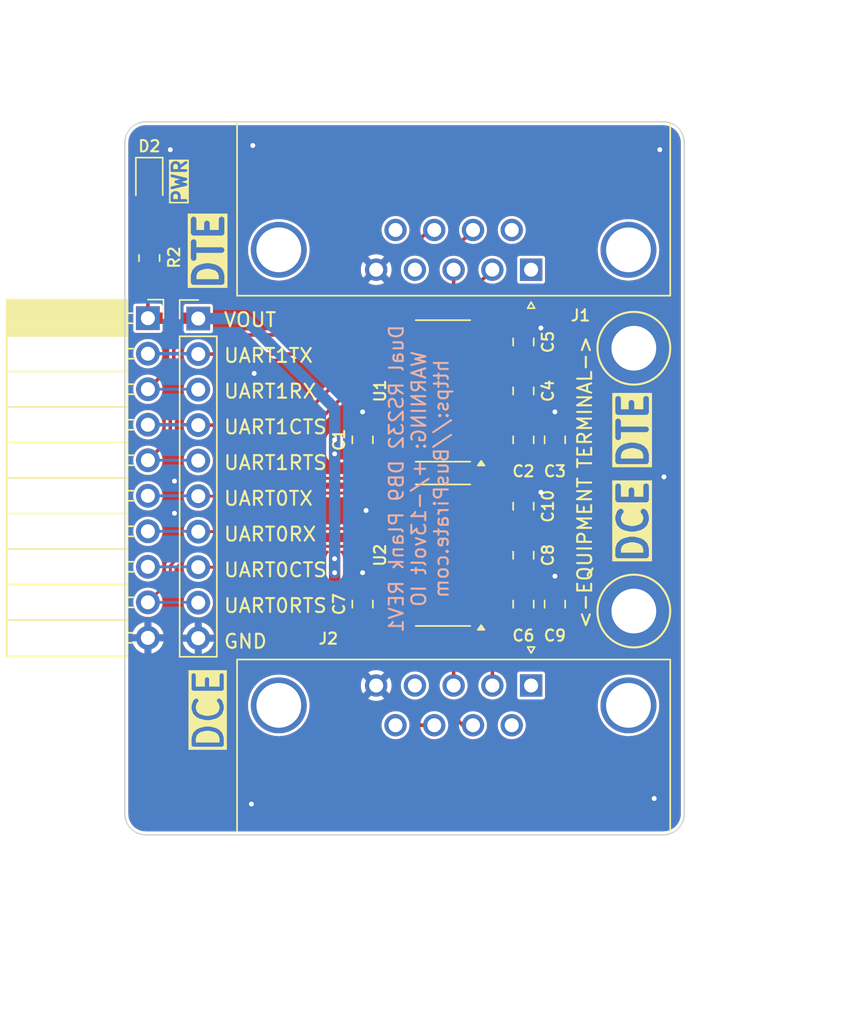
<source format=kicad_pcb>
(kicad_pcb (version 20240108) (generator "pcbnew") (generator_version "8.0")
  (layers (0 "F.Cu" signal) (31 "B.Cu" signal) (34 "B.Paste" user) (35 "F.Paste" user) (36 "B.SilkS" user "B.Silkscreen") (37 "F.SilkS" user "F.Silkscreen") (38 "B.Mask" user) (39 "F.Mask" user) (44 "Edge.Cuts" user))
  (net 0 "")
  (net 2 "Net-(U1-C1+)")
  (net 3 "Net-(U1-C1-)")
  (net 4 "UART1TX")
  (net 5 "UART1RX")
  (net 6 "UART1CTS")
  (net 7 "Net-(U1-VS+)")
  (net 8 "UART1RTS")
  (net 9 "UART0TX")
  (net 10 "UART0RX")
  (net 11 "GND")
  (net 12 "VOUT")
  (net 13 "Net-(D2-A)")
  (net 14 "UART0CTS")
  (net 15 "UART0RTS")
  (net 16 "Net-(U1-C2+)")
  (net 17 "Net-(U1-C2-)")
  (net 18 "Net-(U1-VS-)")
  (net 19 "Net-(U2-C1+)")
  (net 20 "Net-(U2-C1-)")
  (net 21 "Net-(U2-C2+)")
  (net 23 "Net-(U2-C2-)")
  (net 24 "Net-(U2-VS+)")
  (net 25 "Net-(U2-VS-)")
  (net 26 "/DTE_DCD")
  (net 27 "/DTE_RXD")
  (net 28 "/DTE_TXD")
  (net 29 "/DTE_DTR")
  (net 30 "/DTE_DSR")
  (net 31 "/DTE_RTS")
  (net 32 "/DTE_CTS")
  (net 33 "/DTE_RI")
  (net 34 "/DCE_DCD")
  (net 35 "/DCE_RXD")
  (net 36 "/DCE_TXD")
  (net 37 "/DCE_DTR")
  (net 38 "/DCE_DSR")
  (net 39 "/DCE_RTS")
  (net 40 "/DCE_CTS")
  (net 41 "/DCE_RI")
  (footprint "Connector_Dsub:DSUB-9_Male_Horizontal_P2.77x2.84mm_EdgePinOffset7.70mm_Housed_MountingHolesOffset9.12mm" (layer "F.Cu") (at 128.8 82.580331 180)
    (property "Reference" "J1" (at -3.534 -3.271669 0) (layer "F.SilkS") (effects (font (size 0.8 0.8))))
    (property "Value" "COM1")
    (fp_line (start 21.025 -1.86) (end 21.025 10.48) (stroke (width 0.12)) (layer "F.SilkS"))
    (fp_line (start 0.25 -2.754338) (end 0 -2.321325) (stroke (width 0.12)) (layer "F.SilkS"))
    (fp_line (start 0 -2.321325) (end -0.25 -2.754338) (stroke (width 0.12)) (layer "F.SilkS"))
    (fp_line (start -0.25 -2.754338) (end 0.25 -2.754338) (stroke (width 0.12)) (layer "F.SilkS"))
    (fp_line (start -9.945 10.48) (end -9.945 -1.86) (stroke (width 0.12)) (layer "F.SilkS"))
    (fp_line (start -9.945 -1.86) (end 21.025 -1.86) (stroke (width 0.12)) (layer "F.SilkS"))
    (pad "0" thru_hole circle (at -6.96 1.42 180) (size 4 4) (drill 3.2) (layers "*.Cu" "*.Mask"))
    (pad "0" thru_hole circle (at 18.04 1.42 180) (size 4 4) (drill 3.2) (layers "*.Cu" "*.Mask"))
    (pad "1" thru_hole rect (at 0 0 180) (size 1.6 1.6) (drill 1) (layers "*.Cu" "*.Mask") (net 26 "/DTE_DCD"))
    (pad "2" thru_hole circle (at 2.77 0 180) (size 1.6 1.6) (drill 1) (layers "*.Cu" "*.Mask") (net 27 "/DTE_RXD"))
    (pad "3" thru_hole circle (at 5.54 0 180) (size 1.6 1.6) (drill 1) (layers "*.Cu" "*.Mask") (net 28 "/DTE_TXD"))
    (pad "4" thru_hole circle (at 8.31 0 180) (size 1.6 1.6) (drill 1) (layers "*.Cu" "*.Mask") (net 29 "/DTE_DTR"))
    (pad "5" thru_hole circle (at 11.08 0 180) (size 1.6 1.6) (drill 1) (layers "*.Cu" "*.Mask") (net 11 "GND"))
    (pad "6" thru_hole circle (at 1.385 2.84 180) (size 1.6 1.6) (drill 1) (layers "*.Cu" "*.Mask") (net 30 "/DTE_DSR"))
    (pad "7" thru_hole circle (at 4.155 2.84 180) (size 1.6 1.6) (drill 1) (layers "*.Cu" "*.Mask") (net 31 "/DTE_RTS"))
    (pad "8" thru_hole circle (at 6.925 2.84 180) (size 1.6 1.6) (drill 1) (layers "*.Cu" "*.Mask") (net 32 "/DTE_CTS"))
    (pad "9" thru_hole circle (at 9.695 2.84 180) (size 1.6 1.6) (drill 1) (layers "*.Cu" "*.Mask") (net 33 "/DTE_RI"))
  )
  (footprint "Capacitor_SMD:C_0805_2012Metric" (layer "F.Cu") (at 128.25 87.75 90)
    (property "Reference" "C5" (at 0 1.75 90) (layer "F.SilkS") (effects (font (size 0.8 0.8))))
    (property "Value" "0.47uF")
    (fp_line (start -0.261252 -0.735) (end 0.261252 -0.735) (stroke (width 0.12)) (layer "F.SilkS"))
    (fp_line (start -0.261252 0.735) (end 0.261252 0.735) (stroke (width 0.12)) (layer "F.SilkS"))
    (pad "1" smd roundrect (at -0.95 0 90) (size 1 1.45) (layers "F.Cu" "F.Paste" "F.Mask") (net 18 "Net-(U1-VS-)"))
    (pad "2" smd roundrect (at 0.95 0 90) (size 1 1.45) (layers "F.Cu" "F.Paste" "F.Mask") (net 11 "GND"))
  )
  (footprint "Capacitor_SMD:C_0805_2012Metric" (layer "F.Cu") (at 116.75 94.75 90)
    (property "Reference" "C1" (at 0 -1.68 90) (layer "F.SilkS") (effects (font (size 0.8 0.8))))
    (property "Value" "0.1uF")
    (fp_line (start -0.261252 -0.735) (end 0.261252 -0.735) (stroke (width 0.12)) (layer "F.SilkS"))
    (fp_line (start -0.261252 0.735) (end 0.261252 0.735) (stroke (width 0.12)) (layer "F.SilkS"))
    (pad "1" smd roundrect (at -0.95 0 90) (size 1 1.45) (layers "F.Cu" "F.Paste" "F.Mask") (net 12 "VOUT"))
    (pad "2" smd roundrect (at 0.95 0 90) (size 1 1.45) (layers "F.Cu" "F.Paste" "F.Mask") (net 11 "GND"))
  )
  (footprint "Connector_PinHeader_2.54mm:PinHeader_1x10_P2.54mm_Vertical" (layer "F.Cu") (at 105 86.075)
    (property "Reference" "J3" (hide yes))
    (property "Value" "Conn_01x10" (hide yes))
    (fp_line (start -1.33 -1.33) (end 0 -1.33) (stroke (width 0.12)) (layer "F.SilkS"))
    (fp_line (start -1.33 0) (end -1.33 -1.33) (stroke (width 0.12)) (layer "F.SilkS"))
    (fp_line (start -1.33 1.27) (end -1.33 24.19) (stroke (width 0.12)) (layer "F.SilkS"))
    (fp_line (start -1.33 1.27) (end 1.33 1.27) (stroke (width 0.12)) (layer "F.SilkS"))
    (fp_line (start -1.33 24.19) (end 1.33 24.19) (stroke (width 0.12)) (layer "F.SilkS"))
    (fp_line (start 1.33 1.27) (end 1.33 24.19) (stroke (width 0.12)) (layer "F.SilkS"))
    (pad "1" thru_hole rect (at 0 0) (size 1.7 1.7) (drill 1) (layers "*.Cu" "*.Mask") (net 12 "VOUT"))
    (pad "2" thru_hole oval (at 0 2.54) (size 1.7 1.7) (drill 1) (layers "*.Cu" "*.Mask") (net 4 "UART1TX"))
    (pad "3" thru_hole oval (at 0 5.08) (size 1.7 1.7) (drill 1) (layers "*.Cu" "*.Mask") (net 5 "UART1RX"))
    (pad "4" thru_hole oval (at 0 7.62) (size 1.7 1.7) (drill 1) (layers "*.Cu" "*.Mask") (net 6 "UART1CTS"))
    (pad "5" thru_hole oval (at 0 10.16) (size 1.7 1.7) (drill 1) (layers "*.Cu" "*.Mask") (net 8 "UART1RTS"))
    (pad "6" thru_hole oval (at 0 12.7) (size 1.7 1.7) (drill 1) (layers "*.Cu" "*.Mask") (net 9 "UART0TX"))
    (pad "7" thru_hole oval (at 0 15.24) (size 1.7 1.7) (drill 1) (layers "*.Cu" "*.Mask") (net 10 "UART0RX"))
    (pad "8" thru_hole oval (at 0 17.78) (size 1.7 1.7) (drill 1) (layers "*.Cu" "*.Mask") (net 14 "UART0CTS"))
    (pad "9" thru_hole oval (at 0 20.32) (size 1.7 1.7) (drill 1) (layers "*.Cu" "*.Mask") (net 15 "UART0RTS"))
    (pad "10" thru_hole oval (at 0 22.86) (size 1.7 1.7) (drill 1) (layers "*.Cu" "*.Mask") (net 11 "GND"))
  )
  (footprint "Connector_Dsub:DSUB-9_Female_Horizontal_P2.77x2.84mm_EdgePinOffset7.70mm_Housed_MountingHolesOffset9.12mm" (layer "F.Cu") (at 128.8 112.319669)
    (property "Reference" "J2" (at -14.5 -3.353669 0) (layer "F.SilkS") (effects (font (size 0.8 0.8))))
    (property "Value" "COM2")
    (fp_line (start -21.025 -1.86) (end 9.945 -1.86) (stroke (width 0.12)) (layer "F.SilkS"))
    (fp_line (start -21.025 10.48) (end -21.025 -1.86) (stroke (width 0.12)) (layer "F.SilkS"))
    (fp_line (start -0.25 -2.754338) (end 0.25 -2.754338) (stroke (width 0.12)) (layer "F.SilkS"))
    (fp_line (start 0 -2.321325) (end -0.25 -2.754338) (stroke (width 0.12)) (layer "F.SilkS"))
    (fp_line (start 0.25 -2.754338) (end 0 -2.321325) (stroke (width 0.12)) (layer "F.SilkS"))
    (fp_line (start 9.945 -1.86) (end 9.945 10.48) (stroke (width 0.12)) (layer "F.SilkS"))
    (pad "0" thru_hole circle (at -18.04 1.42) (size 4 4) (drill 3.2) (layers "*.Cu" "*.Mask"))
    (pad "0" thru_hole circle (at 6.96 1.42) (size 4 4) (drill 3.2) (layers "*.Cu" "*.Mask"))
    (pad "1" thru_hole rect (at 0 0) (size 1.6 1.6) (drill 1) (layers "*.Cu" "*.Mask") (net 34 "/DCE_DCD"))
    (pad "2" thru_hole circle (at -2.77 0) (size 1.6 1.6) (drill 1) (layers "*.Cu" "*.Mask") (net 35 "/DCE_RXD"))
    (pad "3" thru_hole circle (at -5.54 0) (size 1.6 1.6) (drill 1) (layers "*.Cu" "*.Mask") (net 36 "/DCE_TXD"))
    (pad "4" thru_hole circle (at -8.31 0) (size 1.6 1.6) (drill 1) (layers "*.Cu" "*.Mask") (net 37 "/DCE_DTR"))
    (pad "5" thru_hole circle (at -11.08 0) (size 1.6 1.6) (drill 1) (layers "*.Cu" "*.Mask") (net 11 "GND"))
    (pad "6" thru_hole circle (at -1.385 2.84) (size 1.6 1.6) (drill 1) (layers "*.Cu" "*.Mask") (net 38 "/DCE_DSR"))
    (pad "7" thru_hole circle (at -4.155 2.84) (size 1.6 1.6) (drill 1) (layers "*.Cu" "*.Mask") (net 39 "/DCE_RTS"))
    (pad "8" thru_hole circle (at -6.925 2.84) (size 1.6 1.6) (drill 1) (layers "*.Cu" "*.Mask") (net 40 "/DCE_CTS"))
    (pad "9" thru_hole circle (at -9.695 2.84) (size 1.6 1.6) (drill 1) (layers "*.Cu" "*.Mask") (net 41 "/DCE_RI"))
  )
  (footprint "Capacitor_SMD:C_0805_2012Metric" (layer "F.Cu") (at 128.25 91.25 90)
    (property "Reference" "C4" (at 0 1.75 90) (layer "F.SilkS") (effects (font (size 0.8 0.8))))
    (property "Value" "0.47uF")
    (fp_line (start -0.261252 -0.735) (end 0.261252 -0.735) (stroke (width 0.12)) (layer "F.SilkS"))
    (fp_line (start -0.261252 0.735) (end 0.261252 0.735) (stroke (width 0.12)) (layer "F.SilkS"))
    (pad "1" smd roundrect (at -0.95 0 90) (size 1 1.45) (layers "F.Cu" "F.Paste" "F.Mask") (net 16 "Net-(U1-C2+)"))
    (pad "2" smd roundrect (at 0.95 0 90) (size 1 1.45) (layers "F.Cu" "F.Paste" "F.Mask") (net 17 "Net-(U1-C2-)"))
  )
  (footprint "Connector_PinSocket_2.54mm:PinSocket_1x10_P2.54mm_Horizontal" (layer "F.Cu") (at 101.4 86.05)
    (property "Reference" "J4" (hide yes))
    (property "Value" "Conn_01x10" (hide yes))
    (fp_line (start -10.09 -1.33) (end -10.09 24.19) (stroke (width 0.12)) (layer "F.SilkS"))
    (fp_line (start -10.09 -1.33) (end -1.46 -1.33) (stroke (width 0.12)) (layer "F.SilkS"))
    (fp_line (start -10.09 -1.21) (end -1.46 -1.21) (stroke (width 0.12)) (layer "F.SilkS"))
    (fp_line (start -10.09 -1.091905) (end -1.46 -1.091905) (stroke (width 0.12)) (layer "F.SilkS"))
    (fp_line (start -10.09 -0.97381) (end -1.46 -0.97381) (stroke (width 0.12)) (layer "F.SilkS"))
    (fp_line (start -10.09 -0.855715) (end -1.46 -0.855715) (stroke (width 0.12)) (layer "F.SilkS"))
    (fp_line (start -10.09 -0.73762) (end -1.46 -0.73762) (stroke (width 0.12)) (layer "F.SilkS"))
    (fp_line (start -10.09 -0.619525) (end -1.46 -0.619525) (stroke (width 0.12)) (layer "F.SilkS"))
    (fp_line (start -10.09 -0.50143) (end -1.46 -0.50143) (stroke (width 0.12)) (layer "F.SilkS"))
    (fp_line (start -10.09 -0.383335) (end -1.46 -0.383335) (stroke (width 0.12)) (layer "F.SilkS"))
    (fp_line (start -10.09 -0.26524) (end -1.46 -0.26524) (stroke (width 0.12)) (layer "F.SilkS"))
    (fp_line (start -10.09 -0.147145) (end -1.46 -0.147145) (stroke (width 0.12)) (layer "F.SilkS"))
    (fp_line (start -10.09 -0.02905) (end -1.46 -0.02905) (stroke (width 0.12)) (layer "F.SilkS"))
    (fp_line (start -10.09 0.089045) (end -1.46 0.089045) (stroke (width 0.12)) (layer "F.SilkS"))
    (fp_line (start -10.09 0.20714) (end -1.46 0.20714) (stroke (width 0.12)) (layer "F.SilkS"))
    (fp_line (start -10.09 0.325235) (end -1.46 0.325235) (stroke (width 0.12)) (layer "F.SilkS"))
    (fp_line (start -10.09 0.44333) (end -1.46 0.44333) (stroke (width 0.12)) (layer "F.SilkS"))
    (fp_line (start -10.09 0.561425) (end -1.46 0.561425) (stroke (width 0.12)) (layer "F.SilkS"))
    (fp_line (start -10.09 0.67952) (end -1.46 0.67952) (stroke (width 0.12)) (layer "F.SilkS"))
    (fp_line (start -10.09 0.797615) (end -1.46 0.797615) (stroke (width 0.12)) (layer "F.SilkS"))
    (fp_line (start -10.09 0.91571) (end -1.46 0.91571) (stroke (width 0.12)) (layer "F.SilkS"))
    (fp_line (start -10.09 1.033805) (end -1.46 1.033805) (stroke (width 0.12)) (layer "F.SilkS"))
    (fp_line (start -10.09 1.1519) (end -1.46 1.1519) (stroke (width 0.12)) (layer "F.SilkS"))
    (fp_line (start -10.09 1.27) (end -1.46 1.27) (stroke (width 0.12)) (layer "F.SilkS"))
    (fp_line (start -10.09 3.81) (end -1.46 3.81) (stroke (width 0.12)) (layer "F.SilkS"))
    (fp_line (start -10.09 6.35) (end -1.46 6.35) (stroke (width 0.12)) (layer "F.SilkS"))
    (fp_line (start -10.09 8.89) (end -1.46 8.89) (stroke (width 0.12)) (layer "F.SilkS"))
    (fp_line (start -10.09 11.43) (end -1.46 11.43) (stroke (width 0.12)) (layer "F.SilkS"))
    (fp_line (start -10.09 13.97) (end -1.46 13.97) (stroke (width 0.12)) (layer "F.SilkS"))
    (fp_line (start -10.09 16.51) (end -1.46 16.51) (stroke (width 0.12)) (layer "F.SilkS"))
    (fp_line (start -10.09 19.05) (end -1.46 19.05) (stroke (width 0.12)) (layer "F.SilkS"))
    (fp_line (start -10.09 21.59) (end -1.46 21.59) (stroke (width 0.12)) (layer "F.SilkS"))
    (fp_line (start -10.09 24.19) (end -1.46 24.19) (stroke (width 0.12)) (layer "F.SilkS"))
    (fp_line (start -1.46 -1.33) (end -1.46 24.19) (stroke (width 0.12)) (layer "F.SilkS"))
    (fp_line (start -1.46 -0.36) (end -1.11 -0.36) (stroke (width 0.12)) (layer "F.SilkS"))
    (fp_line (start -1.46 0.36) (end -1.11 0.36) (stroke (width 0.12)) (layer "F.SilkS"))
    (fp_line (start -1.46 2.18) (end -1.05 2.18) (stroke (width 0.12)) (layer "F.SilkS"))
    (fp_line (start -1.46 2.9) (end -1.05 2.9) (stroke (width 0.12)) (layer "F.SilkS"))
    (fp_line (start -1.46 4.72) (end -1.05 4.72) (stroke (width 0.12)) (layer "F.SilkS"))
    (fp_line (start -1.46 5.44) (end -1.05 5.44) (stroke (width 0.12)) (layer "F.SilkS"))
    (fp_line (start -1.46 7.26) (end -1.05 7.26) (stroke (width 0.12)) (layer "F.SilkS"))
    (fp_line (start -1.46 7.98) (end -1.05 7.98) (stroke (width 0.12)) (layer "F.SilkS"))
    (fp_line (start -1.46 9.8) (end -1.05 9.8) (stroke (width 0.12)) (layer "F.SilkS"))
    (fp_line (start -1.46 10.52) (end -1.05 10.52) (stroke (width 0.12)) (layer "F.SilkS"))
    (fp_line (start -1.46 12.34) (end -1.05 12.34) (stroke (width 0.12)) (layer "F.SilkS"))
    (fp_line (start -1.46 13.06) (end -1.05 13.06) (stroke (width 0.12)) (layer "F.SilkS"))
    (fp_line (start -1.46 14.88) (end -1.05 14.88) (stroke (width 0.12)) (layer "F.SilkS"))
    (fp_line (start -1.46 15.6) (end -1.05 15.6) (stroke (width 0.12)) (layer "F.SilkS"))
    (fp_line (start -1.46 17.42) (end -1.05 17.42) (stroke (width 0.12)) (layer "F.SilkS"))
    (fp_line (start -1.46 18.14) (end -1.05 18.14) (stroke (width 0.12)) (layer "F.SilkS"))
    (fp_line (start -1.46 19.96) (end -1.05 19.96) (stroke (width 0.12)) (layer "F.SilkS"))
    (fp_line (start -1.46 20.68) (end -1.05 20.68) (stroke (width 0.12)) (layer "F.SilkS"))
    (fp_line (start -1.46 22.5) (end -1.05 22.5) (stroke (width 0.12)) (layer "F.SilkS"))
    (fp_line (start -1.46 23.22) (end -1.05 23.22) (stroke (width 0.12)) (layer "F.SilkS"))
    (fp_line (start 0 -1.33) (end 1.11 -1.33) (stroke (width 0.12)) (layer "F.SilkS"))
    (fp_line (start 1.11 -1.33) (end 1.11 0) (stroke (width 0.12)) (layer "F.SilkS"))
    (pad "1" thru_hole rect (at 0 0) (size 1.7 1.7) (drill 1) (layers "*.Cu" "*.Mask") (net 12 "VOUT"))
    (pad "2" thru_hole oval (at 0 2.54) (size 1.7 1.7) (drill 1) (layers "*.Cu" "*.Mask") (net 4 "UART1TX"))
    (pad "3" thru_hole oval (at 0 5.08) (size 1.7 1.7) (drill 1) (layers "*.Cu" "*.Mask") (net 5 "UART1RX"))
    (pad "4" thru_hole oval (at 0 7.62) (size 1.7 1.7) (drill 1) (layers "*.Cu" "*.Mask") (net 6 "UART1CTS"))
    (pad "5" thru_hole oval (at 0 10.16) (size 1.7 1.7) (drill 1) (layers "*.Cu" "*.Mask") (net 8 "UART1RTS"))
    (pad "6" thru_hole oval (at 0 12.7) (size 1.7 1.7) (drill 1) (layers "*.Cu" "*.Mask") (net 9 "UART0TX"))
    (pad "7" thru_hole oval (at 0 15.24) (size 1.7 1.7) (drill 1) (layers "*.Cu" "*.Mask") (net 10 "UART0RX"))
    (pad "8" thru_hole oval (at 0 17.78) (size 1.7 1.7) (drill 1) (layers "*.Cu" "*.Mask") (net 14 "UART0CTS"))
    (pad "9" thru_hole oval (at 0 20.32) (size 1.7 1.7) (drill 1) (layers "*.Cu" "*.Mask") (net 15 "UART0RTS"))
    (pad "10" thru_hole oval (at 0 22.86) (size 1.7 1.7) (drill 1) (layers "*.Cu" "*.Mask") (net 11 "GND"))
  )
  (footprint "Package_SO:SOP-16_3.9x9.9mm_P1.27mm" (layer "F.Cu") (at 122.5 103 180)
    (property "Reference" "U2" (at 4.5 0 -90) (layer "F.SilkS") (effects (font (size 0.8 0.8))))
    (property "Value" "MAX3232")
    (fp_line (start 0 5.06) (end 1.95 5.06) (stroke (width 0.12)) (layer "F.SilkS"))
    (fp_line (start 0 5.06) (end -1.95 5.06) (stroke (width 0.12)) (layer "F.SilkS"))
    (fp_line (start 0 -5.06) (end 1.95 -5.06) (stroke (width 0.12)) (layer "F.SilkS"))
    (fp_line (start 0 -5.06) (end -1.95 -5.06) (stroke (width 0.12)) (layer "F.SilkS"))
    (fp_poly (pts (xy -2.725 -5.005) (xy -2.965 -5.335) (xy -2.485 -5.335) (xy -2.725 -5.005)) (stroke (width 0.12)) (fill solid) (layer "F.SilkS"))
    (pad "1" smd roundrect (at -2.5 -4.445 180) (size 2 0.6) (layers "F.Cu" "F.Paste" "F.Mask") (net 19 "Net-(U2-C1+)"))
    (pad "2" smd roundrect (at -2.5 -3.175 180) (size 2 0.6) (layers "F.Cu" "F.Paste" "F.Mask") (net 24 "Net-(U2-VS+)"))
    (pad "3" smd roundrect (at -2.5 -1.905 180) (size 2 0.6) (layers "F.Cu" "F.Paste" "F.Mask") (net 20 "Net-(U2-C1-)"))
    (pad "4" smd roundrect (at -2.5 -0.635 180) (size 2 0.6) (layers "F.Cu" "F.Paste" "F.Mask") (net 21 "Net-(U2-C2+)"))
    (pad "5" smd roundrect (at -2.5 0.635 180) (size 2 0.6) (layers "F.Cu" "F.Paste" "F.Mask") (net 23 "Net-(U2-C2-)"))
    (pad "6" smd roundrect (at -2.5 1.905 180) (size 2 0.6) (layers "F.Cu" "F.Paste" "F.Mask") (net 25 "Net-(U2-VS-)"))
    (pad "7" smd roundrect (at -2.5 3.175 180) (size 2 0.6) (layers "F.Cu" "F.Paste" "F.Mask") (net 35 "/DCE_RXD"))
    (pad "8" smd roundrect (at -2.5 4.445 180) (size 2 0.6) (layers "F.Cu" "F.Paste" "F.Mask") (net 36 "/DCE_TXD"))
    (pad "9" smd roundrect (at 2.5 4.445 180) (size 2 0.6) (layers "F.Cu" "F.Paste" "F.Mask") (net 10 "UART0RX"))
    (pad "10" smd roundrect (at 2.5 3.175 180) (size 2 0.6) (layers "F.Cu" "F.Paste" "F.Mask") (net 9 "UART0TX"))
    (pad "11" smd roundrect (at 2.5 1.905 180) (size 2 0.6) (layers "F.Cu" "F.Paste" "F.Mask") (net 15 "UART0RTS"))
    (pad "12" smd roundrect (at 2.5 0.635 180) (size 2 0.6) (layers "F.Cu" "F.Paste" "F.Mask") (net 14 "UART0CTS"))
    (pad "13" smd roundrect (at 2.5 -0.635 180) (size 2 0.6) (layers "F.Cu" "F.Paste" "F.Mask") (net 39 "/DCE_RTS"))
    (pad "14" smd roundrect (at 2.5 -1.905 180) (size 2 0.6) (layers "F.Cu" "F.Paste" "F.Mask") (net 40 "/DCE_CTS"))
    (pad "15" smd roundrect (at 2.5 -3.175 180) (size 2 0.6) (layers "F.Cu" "F.Paste" "F.Mask") (net 11 "GND"))
    (pad "16" smd roundrect (at 2.5 -4.445 180) (size 2 0.6) (layers "F.Cu" "F.Paste" "F.Mask") (net 12 "VOUT"))
  )
  (footprint "Capacitor_SMD:C_0805_2012Metric" (layer "F.Cu") (at 128.25 106.5 90)
    (property "Reference" "C6" (at -2.25 0 0) (layer "F.SilkS") (effects (font (size 0.8 0.8))))
    (property "Value" "0.1uF")
    (fp_line (start -0.261252 -0.735) (end 0.261252 -0.735) (stroke (width 0.12)) (layer "F.SilkS"))
    (fp_line (start -0.261252 0.735) (end 0.261252 0.735) (stroke (width 0.12)) (layer "F.SilkS"))
    (pad "1" smd roundrect (at -0.95 0 90) (size 1 1.45) (layers "F.Cu" "F.Paste" "F.Mask") (net 19 "Net-(U2-C1+)"))
    (pad "2" smd roundrect (at 0.95 0 90) (size 1 1.45) (layers "F.Cu" "F.Paste" "F.Mask") (net 20 "Net-(U2-C1-)"))
  )
  (footprint "Capacitor_SMD:C_0805_2012Metric" (layer "F.Cu") (at 130.5 94.75 90)
    (property "Reference" "C3" (at -2.25 0 180) (layer "F.SilkS") (effects (font (size 0.8 0.8))))
    (property "Value" "0.47uF")
    (fp_line (start -0.261252 -0.735) (end 0.261252 -0.735) (stroke (width 0.12)) (layer "F.SilkS"))
    (fp_line (start -0.261252 0.735) (end 0.261252 0.735) (stroke (width 0.12)) (layer "F.SilkS"))
    (pad "1" smd roundrect (at -0.95 0 90) (size 1 1.45) (layers "F.Cu" "F.Paste" "F.Mask") (net 7 "Net-(U1-VS+)"))
    (pad "2" smd roundrect (at 0.95 0 90) (size 1 1.45) (layers "F.Cu" "F.Paste" "F.Mask") (net 11 "GND"))
  )
  (footprint "Capacitor_SMD:C_0805_2012Metric" (layer "F.Cu") (at 128.25 103 90)
    (property "Reference" "C8" (at 0 1.75 90) (layer "F.SilkS") (effects (font (size 0.8 0.8))))
    (property "Value" "0.47uF")
    (fp_line (start -0.261252 -0.735) (end 0.261252 -0.735) (stroke (width 0.12)) (layer "F.SilkS"))
    (fp_line (start -0.261252 0.735) (end 0.261252 0.735) (stroke (width 0.12)) (layer "F.SilkS"))
    (pad "1" smd roundrect (at -0.95 0 90) (size 1 1.45) (layers "F.Cu" "F.Paste" "F.Mask") (net 21 "Net-(U2-C2+)"))
    (pad "2" smd roundrect (at 0.95 0 90) (size 1 1.45) (layers "F.Cu" "F.Paste" "F.Mask") (net 23 "Net-(U2-C2-)"))
  )
  (footprint "Package_SO:SOP-16_3.9x9.9mm_P1.27mm" (layer "F.Cu") (at 122.5 91.25 180)
    (property "Reference" "U1" (at 4.5 0 90) (layer "F.SilkS") (effects (font (size 0.8 0.8))))
    (property "Value" "MAX3232")
    (fp_line (start 0 5.06) (end 1.95 5.06) (stroke (width 0.12)) (layer "F.SilkS"))
    (fp_line (start 0 5.06) (end -1.95 5.06) (stroke (width 0.12)) (layer "F.SilkS"))
    (fp_line (start 0 -5.06) (end 1.95 -5.06) (stroke (width 0.12)) (layer "F.SilkS"))
    (fp_line (start 0 -5.06) (end -1.95 -5.06) (stroke (width 0.12)) (layer "F.SilkS"))
    (fp_poly (pts (xy -2.725 -5.005) (xy -2.965 -5.335) (xy -2.485 -5.335) (xy -2.725 -5.005)) (stroke (width 0.12)) (fill solid) (layer "F.SilkS"))
    (pad "1" smd roundrect (at -2.5 -4.445 180) (size 2 0.6) (layers "F.Cu" "F.Paste" "F.Mask") (net 2 "Net-(U1-C1+)"))
    (pad "2" smd roundrect (at -2.5 -3.175 180) (size 2 0.6) (layers "F.Cu" "F.Paste" "F.Mask") (net 7 "Net-(U1-VS+)"))
    (pad "3" smd roundrect (at -2.5 -1.905 180) (size 2 0.6) (layers "F.Cu" "F.Paste" "F.Mask") (net 3 "Net-(U1-C1-)"))
    (pad "4" smd roundrect (at -2.5 -0.635 180) (size 2 0.6) (layers "F.Cu" "F.Paste" "F.Mask") (net 16 "Net-(U1-C2+)"))
    (pad "5" smd roundrect (at -2.5 0.635 180) (size 2 0.6) (layers "F.Cu" "F.Paste" "F.Mask") (net 17 "Net-(U1-C2-)"))
    (pad "6" smd roundrect (at -2.5 1.905 180) (size 2 0.6) (layers "F.Cu" "F.Paste" "F.Mask") (net 18 "Net-(U1-VS-)"))
    (pad "7" smd roundrect (at -2.5 3.175 180) (size 2 0.6) (layers "F.Cu" "F.Paste" "F.Mask") (net 28 "/DTE_TXD"))
    (pad "8" smd roundrect (at -2.5 4.445 180) (size 2 0.6) (layers "F.Cu" "F.Paste" "F.Mask") (net 27 "/DTE_RXD"))
    (pad "9" smd roundrect (at 2.5 4.445 180) (size 2 0.6) (layers "F.Cu" "F.Paste" "F.Mask") (net 5 "UART1RX"))
    (pad "10" smd roundrect (at 2.5 3.175 180) (size 2 0.6) (layers "F.Cu" "F.Paste" "F.Mask") (net 4 "UART1TX"))
    (pad "11" smd roundrect (at 2.5 1.905 180) (size 2 0.6) (layers "F.Cu" "F.Paste" "F.Mask") (net 8 "UART1RTS"))
    (pad "12" smd roundrect (at 2.5 0.635 180) (size 2 0.6) (layers "F.Cu" "F.Paste" "F.Mask") (net 6 "UART1CTS"))
    (pad "13" smd roundrect (at 2.5 -0.635 180) (size 2 0.6) (layers "F.Cu" "F.Paste" "F.Mask") (net 32 "/DTE_CTS"))
    (pad "14" smd roundrect (at 2.5 -1.905 180) (size 2 0.6) (layers "F.Cu" "F.Paste" "F.Mask") (net 31 "/DTE_RTS"))
    (pad "15" smd roundrect (at 2.5 -3.175 180) (size 2 0.6) (layers "F.Cu" "F.Paste" "F.Mask") (net 11 "GND"))
    (pad "16" smd roundrect (at 2.5 -4.445 180) (size 2 0.6) (layers "F.Cu" "F.Paste" "F.Mask") (net 12 "VOUT"))
  )
  (footprint "Capacitor_SMD:C_0805_2012Metric" (layer "F.Cu") (at 128.25 99.5 90)
    (property "Reference" "C10" (at 0 1.75 90) (layer "F.SilkS") (effects (font (size 0.8 0.8))))
    (property "Value" "0.47uF")
    (fp_line (start -0.261252 -0.735) (end 0.261252 -0.735) (stroke (width 0.12)) (layer "F.SilkS"))
    (fp_line (start -0.261252 0.735) (end 0.261252 0.735) (stroke (width 0.12)) (layer "F.SilkS"))
    (pad "1" smd roundrect (at -0.95 0 90) (size 1 1.45) (layers "F.Cu" "F.Paste" "F.Mask") (net 25 "Net-(U2-VS-)"))
    (pad "2" smd roundrect (at 0.95 0 90) (size 1 1.45) (layers "F.Cu" "F.Paste" "F.Mask") (net 11 "GND"))
  )
  (footprint "Capacitor_SMD:C_0805_2012Metric" (layer "F.Cu") (at 130.5 106.5 90)
    (property "Reference" "C9" (at -2.25 0 0) (layer "F.SilkS") (effects (font (size 0.8 0.8))))
    (property "Value" "0.47uF")
    (fp_line (start -0.261252 -0.735) (end 0.261252 -0.735) (stroke (width 0.12)) (layer "F.SilkS"))
    (fp_line (start -0.261252 0.735) (end 0.261252 0.735) (stroke (width 0.12)) (layer "F.SilkS"))
    (pad "1" smd roundrect (at -0.95 0 90) (size 1 1.45) (layers "F.Cu" "F.Paste" "F.Mask") (net 24 "Net-(U2-VS+)"))
    (pad "2" smd roundrect (at 0.95 0 90) (size 1 1.45) (layers "F.Cu" "F.Paste" "F.Mask") (net 11 "GND"))
  )
  (footprint "Capacitor_SMD:C_0805_2012Metric" (layer "F.Cu") (at 116.75 106.5 90)
    (property "Reference" "C7" (at 0 -1.68 90) (layer "F.SilkS") (effects (font (size 0.8 0.8))))
    (property "Value" "0.1uF")
    (fp_line (start -0.261252 -0.735) (end 0.261252 -0.735) (stroke (width 0.12)) (layer "F.SilkS"))
    (fp_line (start -0.261252 0.735) (end 0.261252 0.735) (stroke (width 0.12)) (layer "F.SilkS"))
    (pad "1" smd roundrect (at -0.95 0 90) (size 1 1.45) (layers "F.Cu" "F.Paste" "F.Mask") (net 12 "VOUT"))
    (pad "2" smd roundrect (at 0.95 0 90) (size 1 1.45) (layers "F.Cu" "F.Paste" "F.Mask") (net 11 "GND"))
  )
  (footprint "Capacitor_SMD:C_0805_2012Metric" (layer "F.Cu") (at 128.25 94.75 90)
    (property "Reference" "C2" (at -2.25 0 180) (layer "F.SilkS") (effects (font (size 0.8 0.8))))
    (property "Value" "0.1uF")
    (fp_line (start -0.261252 -0.735) (end 0.261252 -0.735) (stroke (width 0.12)) (layer "F.SilkS"))
    (fp_line (start -0.261252 0.735) (end 0.261252 0.735) (stroke (width 0.12)) (layer "F.SilkS"))
    (pad "1" smd roundrect (at -0.95 0 90) (size 1 1.45) (layers "F.Cu" "F.Paste" "F.Mask") (net 2 "Net-(U1-C1+)"))
    (pad "2" smd roundrect (at 0.95 0 90) (size 1 1.45) (layers "F.Cu" "F.Paste" "F.Mask") (net 3 "Net-(U1-C1-)"))
  )
  (footprint "Resistor_SMD:R_0805_2012Metric" (layer "F.Cu") (at 101.5 81.75 90)
    (property "Reference" "R2" (at 0.044388 1.777268 90) (layer "F.SilkS") (effects (font (size 0.8 0.8))))
    (property "Value" "2K" (hide yes))
    (fp_line (start -0.227064 -0.735) (end 0.227064 -0.735) (stroke (width 0.12)) (layer "F.SilkS"))
    (fp_line (start -0.227064 0.735) (end 0.227064 0.735) (stroke (width 0.12)) (layer "F.SilkS"))
    (pad "1" smd roundrect (at -0.9125 0 90) (size 1.025 1.4) (layers "F.Cu" "F.Paste" "F.Mask") (roundrect_rratio 0.243902439) (net 12 "VOUT"))
    (pad "2" smd roundrect (at 0.9125 0 90) (size 1.025 1.4) (layers "F.Cu" "F.Paste" "F.Mask") (roundrect_rratio 0.243902439) (net 13 "Net-(D2-A)"))
  )
  (footprint "LED_SMD:LED_0805_2012Metric" (layer "F.Cu") (at 101.5 76.25 -90)
    (property "Reference" "D2" (at -2.5 0 180) (layer "F.SilkS") (effects (font (size 0.8 0.8))))
    (property "Value" "LED" (hide yes))
    (fp_line (start -1.685 0.96) (end 1 0.96) (stroke (width 0.12)) (layer "F.SilkS"))
    (fp_line (start -1.685 -0.96) (end -1.685 0.96) (stroke (width 0.12)) (layer "F.SilkS"))
    (fp_line (start 1 -0.96) (end -1.685 -0.96) (stroke (width 0.12)) (layer "F.SilkS"))
    (pad "1" smd roundrect (at -0.9375 0 270) (size 0.975 1.4) (layers "F.Cu" "F.Paste" "F.Mask") (net 11 "GND"))
    (pad "2" smd roundrect (at 0.9375 0 270) (size 0.975 1.4) (layers "F.Cu" "F.Paste" "F.Mask") (net 13 "Net-(D2-A)"))
  )
  (gr_circle (center 136.144 88.198) (end 138.744 88.198) (stroke (width 0.15)) (fill none) (layer "F.SilkS"))
  (gr_circle (center 136.144 106.994) (end 138.744 106.994) (stroke (width 0.15)) (fill none) (layer "F.SilkS"))
  (gr_line (start 139.75 121.5) (end 139.75 73.53391) (stroke (width 0.1)) (layer "Edge.Cuts"))
  (gr_arc (start 101.249947 122.999945) (mid 100.189321 122.560586) (end 99.75 121.499945) (stroke (width 0.1)) (layer "Edge.Cuts"))
  (gr_arc (start 138.25 72) (mid 139.322582 72.451397) (end 139.749617 73.53391) (stroke (width 0.1)) (layer "Edge.Cuts"))
  (gr_line (start 99.75 121.499945) (end 99.75 73.5) (stroke (width 0.1)) (layer "Edge.Cuts"))
  (gr_arc (start 139.75 121.5) (mid 139.298603 122.572582) (end 138.21609 122.999617) (stroke (width 0.1)) (layer "Edge.Cuts"))
  (gr_line (start 101.28391 72.000383) (end 138.25 72.000383) (stroke (width 0.1)) (layer "Edge.Cuts"))
  (gr_line (start 138.21609 122.999617) (end 101.249947 122.999617) (stroke (width 0.1)) (layer "Edge.Cuts"))
  (gr_arc (start 99.75 73.5) (mid 100.201397 72.427418) (end 101.28391 72.000383) (stroke (width 0.1)) (layer "Edge.Cuts"))
  (gr_text "Dual RS232 DB9 Plank REV1\nWARNING: +/-13volt IO\nhttps://BusPirate.com" (at 120.777 97.536 90) (layer "B.SilkS") (effects (font (size 1 1)) (justify mirror)))
  (gr_text "DTE" (at 106.934 84.201 90) (layer "F.SilkS" knockout) (effects (font (size 2 2) (thickness 0.4) (bold yes)) (justify left bottom)))
  (gr_text "UART0RTS" (at 106.75 107.19444 0) (layer "F.SilkS") (effects (font (size 1 1)) (justify left bottom)))
  (gr_text "DCE" (at 137.287 103.759 90) (layer "F.SilkS" knockout) (effects (font (size 2 2) (thickness 0.4) (bold yes)) (justify left bottom)))
  (gr_text "UART1CTS" (at 106.75 94.416665 0) (layer "F.SilkS") (effects (font (size 1 1)) (justify left bottom)))
  (gr_text "UART1RX" (at 106.75 91.86111 0) (layer "F.SilkS") (effects (font (size 1 1)) (justify left bottom)))
  (gr_text "PWR" (at 104.25 78 90) (layer "F.SilkS" knockout) (effects (font (size 1 1) (thickness 0.2) (bold yes)) (justify left bottom)))
  (gr_text "GND" (at 106.75 109.75 0) (layer "F.SilkS") (effects (font (size 1 1)) (justify left bottom)))
  (gr_text "UART0CTS" (at 106.75 104.638885 0) (layer "F.SilkS") (effects (font (size 1 1)) (justify left bottom)))
  (gr_text "VOUT" (at 106.75 86.75 0) (layer "F.SilkS") (effects (font (size 1 1)) (justify left bottom)))
  (gr_text "UART1TX" (at 106.75 89.305555 0) (layer "F.SilkS") (effects (font (size 1 1)) (justify left bottom)))
  (gr_text "UART0TX" (at 106.75 99.527775 0) (layer "F.SilkS") (effects (font (size 1 1)) (justify left bottom)))
  (gr_text "UART0RX" (at 106.75 102.08333 0) (layer "F.SilkS") (effects (font (size 1 1)) (justify left bottom)))
  (gr_text "UART1RTS" (at 106.75 96.97222 0) (layer "F.SilkS") (effects (font (size 1 1)) (justify left bottom)))
  (gr_text "<-EQUIPMENT" (at 133.223 108.331 90) (layer "F.SilkS") (effects (font (size 1 1)) (justify left bottom)))
  (gr_text "DTE" (at 137.287 97.028 90) (layer "F.SilkS" knockout) (effects (font (size 2 2) (thickness 0.4) (bold yes)) (justify left bottom)))
  (gr_text "DCE" (at 106.934 117.221 90) (layer "F.SilkS" knockout) (effects (font (size 2 2) (thickness 0.3)) (justify left bottom)))
  (gr_text "TERMINAL->" (at 133.223 96.901 90) (layer "F.SilkS") (effects (font (size 1 1)) (justify left bottom)))
  (segment (start 125 95.695) (end 128.245 95.695) (width 0.6096) (layer "F.Cu") (net 2))
  (segment (start 128.245 95.695) (end 128.25 95.7) (width 0.6096) (layer "F.Cu") (net 2))
  (segment (start 126.655 93.155) (end 127.3 93.8) (width 0.6096) (layer "F.Cu") (net 3))
  (segment (start 125 93.155) (end 126.655 93.155) (width 0.6096) (layer "F.Cu") (net 3))
  (segment (start 127.3 93.8) (end 128.25 93.8) (width 0.6096) (layer "F.Cu") (net 3))
  (segment (start 120 88.075) (end 115.925 88.075) (width 0.254) (layer "F.Cu") (net 4))
  (segment (start 115.925 88.075) (end 115.385 88.615) (width 0.254) (layer "F.Cu") (net 4))
  (segment (start 115.385 88.615) (end 105 88.615) (width 0.254) (layer "F.Cu") (net 4))
  (segment (start 104.975 88.59) (end 105 88.615) (width 0.254) (layer "B.Cu") (net 4))
  (segment (start 101.4 88.59) (end 104.975 88.59) (width 0.254) (layer "B.Cu") (net 4))
  (segment (start 103.25 88.25) (end 104.25 87.25) (width 0.254) (layer "F.Cu") (net 5))
  (segment (start 103.25 89.28) (end 103.25 88.25) (width 0.254) (layer "F.Cu") (net 5))
  (segment (start 115.695 86.805) (end 120 86.805) (width 0.254) (layer "F.Cu") (net 5))
  (segment (start 115.25 87.25) (end 115.695 86.805) (width 0.254) (layer "F.Cu") (net 5))
  (segment (start 104.25 87.25) (end 115.25 87.25) (width 0.254) (layer "F.Cu") (net 5))
  (segment (start 101.4 91.13) (end 103.25 89.28) (width 0.254) (layer "F.Cu") (net 5))
  (segment (start 104.975 91.13) (end 105 91.155) (width 0.2032) (layer "B.Cu") (net 5))
  (segment (start 101.4 91.13) (end 104.975 91.13) (width 0.2032) (layer "B.Cu") (net 5))
  (segment (start 116.385 90.615) (end 120 90.615) (width 0.254) (layer "F.Cu") (net 6))
  (segment (start 113.305 93.695) (end 116.385 90.615) (width 0.254) (layer "F.Cu") (net 6))
  (segment (start 105 93.695) (end 113.305 93.695) (width 0.254) (layer "F.Cu") (net 6))
  (segment (start 104.975 93.67) (end 105 93.695) (width 0.254) (layer "B.Cu") (net 6))
  (segment (start 101.4 93.67) (end 104.975 93.67) (width 0.254) (layer "B.Cu") (net 6))
  (segment (start 126.775001 94.75) (end 129.55 94.75) (width 0.4064) (layer "F.Cu") (net 7))
  (segment (start 126.450001 94.425) (end 126.775001 94.75) (width 0.4064) (layer "F.Cu") (net 7))
  (segment (start 125 94.425) (end 126.450001 94.425) (width 0.4064) (layer "F.Cu") (net 7))
  (segment (start 129.55 94.75) (end 130.5 95.7) (width 0.4064) (layer "F.Cu") (net 7))
  (segment (start 103 93.25) (end 103 94.61) (width 0.254) (layer "F.Cu") (net 8))
  (segment (start 116.155 89.345) (end 113 92.5) (width 0.254) (layer "F.Cu") (net 8))
  (segment (start 113 92.5) (end 103.75 92.5) (width 0.254) (layer "F.Cu") (net 8))
  (segment (start 103.75 92.5) (end 103 93.25) (width 0.254) (layer "F.Cu") (net 8))
  (segment (start 120 89.345) (end 116.155 89.345) (width 0.254) (layer "F.Cu") (net 8))
  (segment (start 103 94.61) (end 101.4 96.21) (width 0.254) (layer "F.Cu") (net 8))
  (segment (start 101.4 96.21) (end 104.975 96.21) (width 0.2032) (layer "B.Cu") (net 8))
  (segment (start 104.975 96.21) (end 105 96.235) (width 0.2032) (layer "B.Cu") (net 8))
  (segment (start 111 97.5) (end 109.725 98.775) (width 0.2032) (layer "F.Cu") (net 9))
  (segment (start 121.25 97.5) (end 111 97.5) (width 0.2032) (layer "F.Cu") (net 9))
  (segment (start 121.75 99.5) (end 121.75 98) (width 0.2032) (layer "F.Cu") (net 9))
  (segment (start 109.725 98.775) (end 105 98.775) (width 0.2032) (layer "F.Cu") (net 9))
  (segment (start 121.75 98) (end 121.25 97.5) (width 0.2032) (layer "F.Cu") (net 9))
  (segment (start 121.425 99.825) (end 121.75 99.5) (width 0.2032) (layer "F.Cu") (net 9))
  (segment (start 120 99.825) (end 121.425 99.825) (width 0.2032) (layer "F.Cu") (net 9))
  (segment (start 104.975 98.75) (end 105 98.775) (width 0.2032) (layer "B.Cu") (net 9))
  (segment (start 101.4 98.75) (end 104.975 98.75) (width 0.2032) (layer "B.Cu") (net 9))
  (segment (start 109.185 101.315) (end 111.945 98.555) (width 0.2032) (layer "F.Cu") (net 10))
  (segment (start 111.945 98.555) (end 120 98.555) (width 0.2032) (layer "F.Cu") (net 10))
  (segment (start 105 101.315) (end 109.185 101.315) (width 0.2032) (layer "F.Cu") (net 10))
  (segment (start 101.4 101.29) (end 104.975 101.29) (width 0.2032) (layer "B.Cu") (net 10))
  (segment (start 104.975 101.29) (end 105 101.315) (width 0.2032) (layer "B.Cu") (net 10))
  (segment (start 116.75 105.55) (end 116.75 104.25) (width 0.6096) (layer "F.Cu") (net 11))
  (segment (start 128.25 98.55) (end 129.45 98.55) (width 0.6096) (layer "F.Cu") (net 11))
  (segment (start 101.5 75.3125) (end 101.6875 75.3125) (width 0.254) (layer "F.Cu") (net 11))
  (segment (start 129.45 98.55) (end 129.5 98.5) (width 0.6096) (layer "F.Cu") (net 11))
  (segment (start 120 106.175) (end 117.375 106.175) (width 0.6096) (layer "F.Cu") (net 11))
  (segment (start 130.5 93.8) (end 130.5 92.75) (width 0.6096) (layer "F.Cu") (net 11))
  (segment (start 101.6875 75.3125) (end 103 74) (width 0.254) (layer "F.Cu") (net 11))
  (segment (start 130.5 105.55) (end 130.5 104.5) (width 0.6096) (layer "F.Cu") (net 11))
  (segment (start 116.75 93.8) (end 116.75 92.75) (width 0.6096) (layer "F.Cu") (net 11))
  (segment (start 129.45 86.8) (end 129.5 86.75) (width 0.6096) (layer "F.Cu") (net 11))
  (segment (start 128.25 86.8) (end 129.45 86.8) (width 0.6096) (layer "F.Cu") (net 11))
  (segment (start 117.375 94.425) (end 116.75 93.8) (width 0.6096) (layer "F.Cu") (net 11))
  (segment (start 120 94.425) (end 117.375 94.425) (width 0.6096) (layer "F.Cu") (net 11))
  (segment (start 117.375 106.175) (end 116.75 105.55) (width 0.6096) (layer "F.Cu") (net 11))
  (via (at 103.3 97.7) (size 0.6548) (drill 0.35) (layers "F.Cu" "B.Cu") (net 11))
  (via (at 129.5 98.5) (size 0.6548) (drill 0.35) (layers "F.Cu" "B.Cu") (net 11))
  (via (at 138.3 97.4) (size 0.6548) (drill 0.35) (layers "F.Cu" "B.Cu") (net 11))
  (via (at 109 90) (size 0.6548) (drill 0.35) (layers "F.Cu" "B.Cu") (net 11))
  (via (at 116.75 104.25) (size 0.6548) (drill 0.35) (layers "F.Cu" "B.Cu") (net 11))
  (via (at 117 99.8) (size 0.6548) (drill 0.35) (layers "F.Cu" "B.Cu") (net 11))
  (via (at 136.144 106.994) (size 3.4) (drill 3.2) (layers "F.Cu" "B.Cu") (net 11))
  (via (at 130.5 104.5) (size 0.6548) (drill 0.35) (layers "F.Cu" "B.Cu") (net 11))
  (via (at 116.75 92.75) (size 0.6548) (drill 0.35) (layers "F.Cu" "B.Cu") (net 11))
  (via (at 103 74) (size 0.6548) (drill 0.35) (layers "F.Cu" "B.Cu") (net 11))
  (via (at 136.144 88.198) (size 3.4) (drill 3.2) (layers "F.Cu" "B.Cu") (net 11))
  (via (at 108.9 73.7) (size 0.6548) (drill 0.35) (layers "F.Cu" "B.Cu") (net 11))
  (via (at 130.5 92.75) (size 0.6548) (drill 0.35) (layers "F.Cu" "B.Cu") (net 11))
  (via (at 137.6 120.4) (size 0.6548) (drill 0.35) (layers "F.Cu" "B.Cu") (net 11))
  (via (at 138 74) (size 0.6548) (drill 0.35) (layers "F.Cu" "B.Cu") (net 11))
  (via (at 108.8 120.8) (size 0.6548) (drill 0.35) (layers "F.Cu" "B.Cu") (net 11))
  (via (at 103.3 100) (size 0.6548) (drill 0.35) (layers "F.Cu" "B.Cu") (net 11))
  (via (at 129.5 86.75) (size 0.6548) (drill 0.35) (layers "F.Cu" "B.Cu") (net 11))
  (segment (start 104.975 108.91) (end 105 108.935) (width 0.2032) (layer "B.Cu") (net 11))
  (segment (start 101.4 108.91) (end 104.975 108.91) (width 0.2032) (layer "B.Cu") (net 11))
  (segment (start 116.755 95.695) (end 116.75 95.7) (width 0.6096) (layer "F.Cu") (net 12))
  (segment (start 114.75 95.75) (end 114.75 94.75) (width 0.8128) (layer "F.Cu") (net 12))
  (segment (start 104.975 86.05) (end 105 86.075) (width 0.8128) (layer "F.Cu") (net 12))
  (segment (start 101.4 82.7625) (end 101.5 82.6625) (width 0.254) (layer "F.Cu") (net 12))
  (segment (start 101.4 86.05) (end 104.975 86.05) (width 0.8128) (layer "F.Cu") (net 12))
  (segment (start 120 95.695) (end 116.755 95.695) (width 0.6096) (layer "F.Cu") (net 12))
  (segment (start 101.4 86.05) (end 101.4 82.7625) (width 0.254) (layer "F.Cu") (net 12))
  (segment (start 115.45 107.45) (end 116.75 107.45) (width 0.8128) (layer "F.Cu") (net 12))
  (segment (start 116.7 95.75) (end 116.75 95.7) (width 0.8128) (layer "F.Cu") (net 12))
  (segment (start 116.755 107.445) (end 116.75 107.45) (width 0.6096) (layer "F.Cu") (net 12))
  (segment (start 114.75 104.25) (end 114.75 106.75) (width 0.8128) (layer "F.Cu") (net 12))
  (segment (start 114.75 103.25) (end 114.75 104.25) (width 0.8128) (layer "F.Cu") (net 12))
  (segment (start 120 107.445) (end 116.755 107.445) (width 0.6096) (layer "F.Cu") (net 12))
  (segment (start 114.75 106.75) (end 115.45 107.45) (width 0.8128) (layer "F.Cu") (net 12))
  (segment (start 114.75 95.75) (end 116.7 95.75) (width 0.8128) (layer "F.Cu") (net 12))
  (via (at 114.75 103.25) (size 0.6548) (drill 0.35) (layers "F.Cu" "B.Cu") (net 12))
  (via (at 114.75 94.75) (size 0.6548) (drill 0.35) (layers "F.Cu" "B.Cu") (net 12))
  (via (at 114.75 104.25) (size 0.6548) (drill 0.35) (layers "F.Cu" "B.Cu") (net 12))
  (via (at 114.75 95.75) (size 0.6548) (drill 0.35) (layers "F.Cu" "B.Cu") (net 12))
  (segment (start 108.325 86.075) (end 109.25 87) (width 0.8128) (layer "B.Cu") (net 12))
  (segment (start 109.25 87) (end 114.75 92.5) (width 0.8128) (layer "B.Cu") (net 12))
  (segment (start 114.75 103.25) (end 114.75 104.25) (width 0.8128) (layer "B.Cu") (net 12))
  (segment (start 114.75 94.75) (end 114.75 95.75) (width 0.8128) (layer "B.Cu") (net 12))
  (segment (start 114.75 95.75) (end 114.75 103.25) (width 0.8128) (layer "B.Cu") (net 12))
  (segment (start 114.75 92.5) (end 114.75 94.75) (width 0.8128) (layer "B.Cu") (net 12))
  (segment (start 105 86.075) (end 108.325 86.075) (width 0.8128) (layer "B.Cu") (net 12))
  (segment (start 101.5 80.8375) (end 101.5 77.1875) (width 0.254) (layer "F.Cu") (net 13))
  (segment (start 111.635 102.365) (end 110.145 103.855) (width 0.2032) (layer "F.Cu") (net 14))
  (segment (start 120 102.365) (end 111.635 102.365) (width 0.2032) (layer "F.Cu") (net 14))
  (segment (start 110.145 103.855) (end 105 103.855) (width 0.2032) (layer "F.Cu") (net 14))
  (segment (start 104.975 103.83) (end 105 103.855) (width 0.2032) (layer "B.Cu") (net 14))
  (segment (start 101.4 103.83) (end 104.975 103.83) (width 0.2032) (layer "B.Cu") (net 14))
  (segment (start 103 104.77) (end 101.4 106.37) (width 0.2032) (layer "F.Cu") (net 15))
  (segment (start 109.65 102.6) (end 104.15 102.6) (width 0.2032) (layer "F.Cu") (net 15))
  (segment (start 120 101.095) (end 111.155 101.095) (width 0.2032) (layer "F.Cu") (net 15))
  (segment (start 104.15 102.6) (end 103 103.75) (width 0.2032) (layer "F.Cu") (net 15))
  (segment (start 111.155 101.095) (end 109.65 102.6) (width 0.2032) (layer "F.Cu") (net 15))
  (segment (start 103 103.75) (end 103 104.77) (width 0.2032) (layer "F.Cu") (net 15))
  (segment (start 104.975 106.37) (end 105 106.395) (width 0.2032) (layer "B.Cu") (net 15))
  (segment (start 101.4 106.37) (end 104.975 106.37) (width 0.2032) (layer "B.Cu") (net 15))
  (segment (start 125 91.885) (end 127.935 91.885) (width 0.6096) (layer "F.Cu") (net 16))
  (segment (start 127.935 91.885) (end 128.25 92.2) (width 0.6096) (layer "F.Cu") (net 16))
  (segment (start 127.935 90.615) (end 128.25 90.3) (width 0.6096) (layer "F.Cu") (net 17))
  (segment (start 125 90.615) (end 127.935 90.615) (width 0.6096) (layer "F.Cu") (net 17))
  (segment (start 125 89.345) (end 126.75 89.345) (width 0.6096) (layer "F.Cu") (net 18))
  (segment (start 128.25 88.7) (end 127.395 88.7) (width 0.6096) (layer "F.Cu") (net 18))
  (segment (start 127.395 88.7) (end 126.75 89.345) (width 0.6096) (layer "F.Cu") (net 18))
  (segment (start 125 107.445) (end 128.245 107.445) (width 0.6096) (layer "F.Cu") (net 19))
  (segment (start 128.245 107.445) (end 128.25 107.45) (width 0.6096) (layer "F.Cu") (net 19))
  (segment (start 127.55 105.55) (end 128.25 105.55) (width 0.6096) (layer "F.Cu") (net 20))
  (segment (start 126.905 104.905) (end 127.55 105.55) (width 0.6096) (layer "F.Cu") (net 20))
  (segment (start 125 104.905) (end 126.905 104.905) (width 0.6096) (layer "F.Cu") (net 20))
  (segment (start 125 103.635) (end 127.935 103.635) (width 0.6096) (layer "F.Cu") (net 21))
  (segment (start 127.935 103.635) (end 128.25 103.95) (width 0.6096) (layer "F.Cu") (net 21))
  (segment (start 127.935 102.365) (end 128.25 102.05) (width 0.6096) (layer "F.Cu") (net 23))
  (segment (start 125 102.365) (end 127.935 102.365) (width 0.6096) (layer "F.Cu") (net 23))
  (segment (start 127 106.474999) (end 129.524999 106.474999) (width 0.4064) (layer "F.Cu") (net 24))
  (segment (start 125 106.175) (end 126.700001 106.175) (width 0.4064) (layer "F.Cu") (net 24))
  (segment (start 129.524999 106.474999) (end 130.5 107.45) (width 0.4064) (layer "F.Cu") (net 24))
  (segment (start 126.700001 106.175) (end 127 106.474999) (width 0.4064) (layer "F.Cu") (net 24))
  (segment (start 128.25 100.45) (end 127.395 100.45) (width 0.6096) (layer "F.Cu") (net 25))
  (segment (start 125 101.095) (end 126.75 101.095) (width 0.6096) (layer "F.Cu") (net 25))
  (segment (start 127.395 100.45) (end 126.75 101.095) (width 0.6096) (layer "F.Cu") (net 25))
  (segment (start 125 86.805) (end 125 83.610331) (width 0.254) (layer "F.Cu") (net 27))
  (segment (start 125 83.610331) (end 126.03 82.580331) (width 0.254) (layer "F.Cu") (net 27))
  (segment (start 123.26 87.51) (end 123.26 82.580331) (width 0.254) (layer "F.Cu") (net 28))
  (segment (start 125 88.075) (end 123.825 88.075) (width 0.254) (layer "F.Cu") (net 28))
  (segment (start 123.825 88.075) (end 123.26 87.51) (width 0.254) (layer "F.Cu") (net 28))
  (segment (start 123.510331 80.875) (end 124.645 79.740331) (width 0.254) (layer "F.Cu") (net 31))
  (segment (start 122.25 84.75) (end 122 84.5) (width 0.254) (layer "F.Cu") (net 31))
  (segment (start 120 93.155) (end 121.345 93.155) (width 0.254) (layer "F.Cu") (net 31))
  (segment (start 122.25 92.25) (end 122.25 84.75) (width 0.254) (layer "F.Cu") (net 31))
  (segment (start 122 81.75) (end 122.875 80.875) (width 0.254) (layer "F.Cu") (net 31))
  (segment (start 122 84.5) (end 122 81.75) (width 0.254) (layer "F.Cu") (net 31))
  (segment (start 122.875 80.875) (end 123.510331 80.875) (width 0.254) (layer "F.Cu") (net 31))
  (segment (start 121.345 93.155) (end 122.25 92.25) (width 0.254) (layer "F.Cu") (net 31))
  (segment (start 121.115 91.885) (end 121.5 91.5) (width 0.254) (layer "F.Cu") (net 32))
  (segment (start 119.25 83.75) (end 119.25 82) (width 0.254) (layer "F.Cu") (net 32))
  (segment (start 121.5 91.5) (end 121.5 86) (width 0.254) (layer "F.Cu") (net 32))
  (segment (start 121.509669 79.740331) (end 121.875 79.740331) (width 0.254) (layer "F.Cu") (net 32))
  (segment (start 121.5 86) (end 119.25 83.75) (width 0.254) (layer "F.Cu") (net 32))
  (segment (start 119.25 82) (end 121.509669 79.740331) (width 0.254) (layer "F.Cu") (net 32))
  (segment (start 120 91.885) (end 121.115 91.885) (width 0.254) (layer "F.Cu") (net 32))
  (segment (start 124.175 99.825) (end 125 99.825) (width 0.254) (layer "F.Cu") (net 35))
  (segment (start 123.5 100.5) (end 124.175 99.825) (width 0.254) (layer "F.Cu") (net 35))
  (segment (start 126.03 112.319669) (end 126.03 111.28) (width 0.254) (layer "F.Cu") (net 35))
  (segment (start 123.5 108.75) (end 123.5 100.5) (width 0.254) (layer "F.Cu") (net 35))
  (segment (start 126.03 111.28) (end 123.5 108.75) (width 0.254) (layer "F.Cu") (net 35))
  (segment (start 123 110.701342) (end 123.26 110.961342) (width 0.254) (layer "F.Cu") (net 36))
  (segment (start 123 99.75) (end 123 110.701342) (width 0.254) (layer "F.Cu") (net 36))
  (segment (start 123 99.75) (end 124.195 98.555) (width 0.254) (layer "F.Cu") (net 36))
  (segment (start 124.195 98.555) (end 125 98.555) (width 0.254) (layer "F.Cu") (net 36))
  (segment (start 123.26 110.961342) (end 123.26 112.319669) (width 0.254) (layer "F.Cu") (net 36))
  (segment (start 120 103.635) (end 121.385 103.635) (width 0.254) (layer "F.Cu") (net 39))
  (segment (start 122.25 104.5) (end 122.25 110.5) (width 0.254) (layer "F.Cu") (net 39))
  (segment (start 123.909669 115.159669) (end 124.645 115.159669) (width 0.254) (layer "F.Cu") (net 39))
  (segment (start 121.75 111) (end 121.75 113) (width 0.254) (layer "F.Cu") (net 39))
  (segment (start 121.75 113) (end 123.909669 115.159669) (width 0.254) (layer "F.Cu") (net 39))
  (segment (start 122.25 110.5) (end 121.75 111) (width 0.254) (layer "F.Cu") (net 39))
  (segment (start 121.385 103.635) (end 122.25 104.5) (width 0.254) (layer "F.Cu") (net 39))
  (segment (start 121.155 104.905) (end 121.5 105.25) (width 0.254) (layer "F.Cu") (net 40))
  (segment (start 119.25 113.5) (end 120.909669 115.159669) (width 0.254) (layer "F.Cu") (net 40))
  (segment (start 121.5 109.25) (end 119.25 111.5) (width 0.254) (layer "F.Cu") (net 40))
  (segment (start 120 104.905) (end 121.155 104.905) (width 0.254) (layer "F.Cu") (net 40))
  (segment (start 121.5 105.25) (end 121.5 109.25) (width 0.254) (layer "F.Cu") (net 40))
  (segment (start 120.909669 115.159669) (end 121.875 115.159669) (width 0.254) (layer "F.Cu") (net 40))
  (segment (start 119.25 111.5) (end 119.25 113.5) (width 0.254) (layer "F.Cu") (net 40))
  (zone (net 11) (net_name "GND") (layers "F&B.Cu") (connect_pads (clearance 0.2)) (min_thickness 0.2) (fill yes (thermal_gap 0.3) (thermal_bridge_width 0.5))
    (polygon (pts (xy 99.75 72) (xy 139.75 72) (xy 139.75 123) (xy 99.79 123.152977)))
  )
)
</source>
